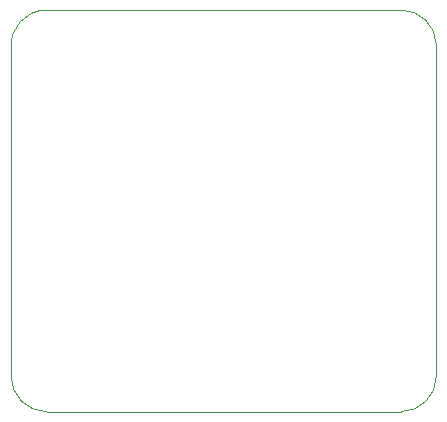
<source format=gbr>
%TF.GenerationSoftware,KiCad,Pcbnew,8.0.3*%
%TF.CreationDate,2024-07-09T00:13:46+05:30*%
%TF.ProjectId,STM32 PCB DESIGN,53544d33-3220-4504-9342-204445534947,rev?*%
%TF.SameCoordinates,Original*%
%TF.FileFunction,Profile,NP*%
%FSLAX46Y46*%
G04 Gerber Fmt 4.6, Leading zero omitted, Abs format (unit mm)*
G04 Created by KiCad (PCBNEW 8.0.3) date 2024-07-09 00:13:46*
%MOMM*%
%LPD*%
G01*
G04 APERTURE LIST*
%TA.AperFunction,Profile*%
%ADD10C,0.050000*%
%TD*%
G04 APERTURE END LIST*
D10*
X138000000Y-39500000D02*
X138000000Y-67500000D01*
X135000000Y-36500000D02*
X104977302Y-36501979D01*
X105000000Y-70500000D02*
X135000000Y-70500000D01*
X101988645Y-39762613D02*
G75*
G02*
X104977302Y-36502004I2988655J260613D01*
G01*
X138000000Y-67500000D02*
G75*
G02*
X135000000Y-70500000I-3000000J0D01*
G01*
X105000000Y-70500000D02*
G75*
G02*
X101988626Y-67501232I0J3011400D01*
G01*
X101988645Y-39762613D02*
X101988645Y-67500000D01*
X135000000Y-36500000D02*
G75*
G02*
X138000000Y-39500000I0J-3000000D01*
G01*
M02*

</source>
